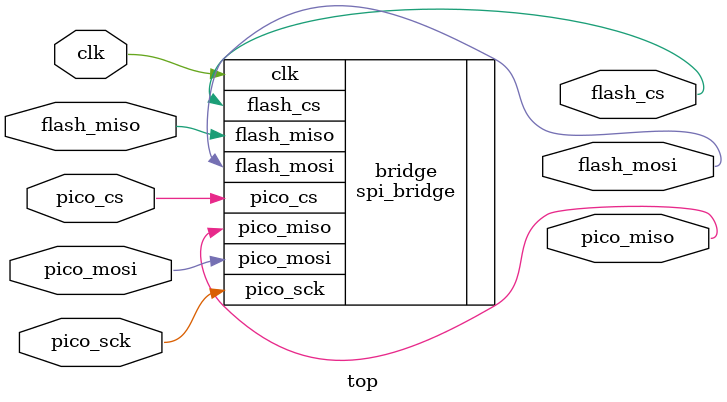
<source format=sv>
`timescale 1ns / 1ps

module top (
    input logic clk,                // System Clock (e.g., 100 MHz)
    input logic pico_mosi,          // RP2040 MOSI
    input logic pico_sck,           // RP2040 SCK
    input logic pico_cs,            // RP2040 Chip Select
    output logic pico_miso,         // RP2040 MISO

    output logic flash_cs,          // SPI Flash Chip Select
    output logic flash_mosi,        // SPI Flash MOSI
    input logic flash_miso          // SPI Flash MISO
);

    // Instantiate SPI Bridge
    spi_bridge bridge (
        .clk(clk),
        .pico_mosi(pico_mosi),
        .pico_sck(pico_sck),
        .pico_cs(pico_cs),
        .pico_miso(pico_miso),
        .flash_cs(flash_cs),
        .flash_mosi(flash_mosi),
        .flash_miso(flash_miso)
    );

endmodule

</source>
